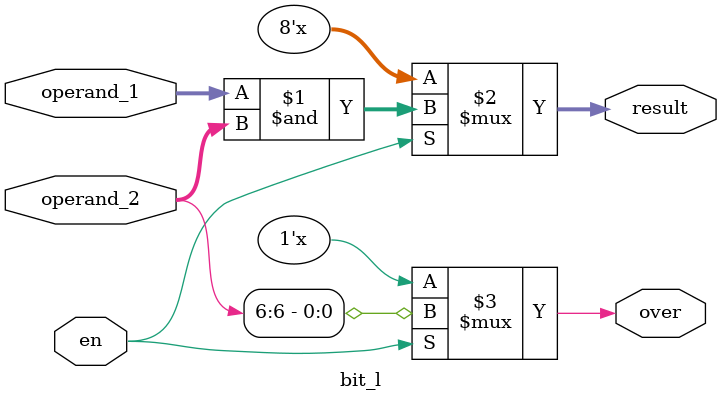
<source format=v>
`include "./alu/adder.v"                //please change the addresses accordingly
`include "./alu/l_shift.v"
`include "./alu/r_shift.v"

module alu(clk_1,clk_2,rst,op,accumulator,operand_2,status,result_out,status_out);
input wire clk_1,clk_2,rst;
input wire[3:0] op;
input wire[7:0] accumulator,operand_2,status;
output wire[7:0] result_out,status_out;

wire[7:0] result_temp_adder,result_temp_sub,status_out_temp_add,status_out_temp_sub,result_temp_bypass,
        result;

reg[7:0] alu_sel,operand;
reg[7:0] accumulator_buffer,result_buffer;

reg cin,sh_r;
always @(posedge rst ) begin
        accumulator_buffer<=0;
end

//status reg contents : carry zero interrput_disable decimal_mode break_cmd overflow negative

parameter ADD=0,ADC=1,SBC=2,AND=3,EOR=4,ORA=5,BIT=6,ASL=7,LSR=8,ROL=9,ROR=10,PASS=11;
parameter add=7'b0000001,L_shift=7'b0000010,R_shift=7'b0000100,AND_L=7'b0001000,EOR_L=7'b0010000,ORA_L=7'b0100000,BIT_L=7'b1000000;
always @(posedge clk_1) begin
        result_buffer<=result;
        if(!rst) begin
        case (op)
                ADD: begin
                        alu_sel=add;
                        cin=0;
                        sh_r=1'bx;
                end
                ADC: begin
                        alu_sel=add;
                        cin=status[7];
                        sh_r=1'bx;
                end
                SBC: begin
                        alu_sel=add;
                        cin=1'b1;
                        sh_r=1'bx;
                end
                AND: begin
                        alu_sel=AND_L;
                        cin=1'bx;
                        sh_r=1'bx;
                end
                EOR: begin
                        alu_sel=EOR_L;
                        cin=1'bx;
                        sh_r=1'bx;
                end
                ORA: begin
                        alu_sel=ORA_L;
                        cin=1'bx;
                        sh_r=1'bx;
                end
                BIT: begin
                        alu_sel=BIT_L;
                        cin=1'bx;
                        sh_r=1'bx;
                end
                ASL: begin
                        alu_sel=L_shift;
                        cin=status[7];
                        sh_r=1'b1;
                end
                LSR: begin
                        alu_sel=R_shift;
                        cin=status[7];
                        sh_r=1'b1;
                end
                ROL: begin
                        alu_sel=L_shift;
                        cin=status[7];
                        sh_r=1'b0;
                end
                ROR: begin
                        alu_sel=R_shift;
                        cin=status[7];
                        sh_r=1'b0;
                end
                default: begin
                alu_sel=0;
                cin=0;
                sh_r=1'bx;
                end
        endcase
        end
end
always @(posedge clk_2) begin
    if(!rst) begin
        accumulator_buffer<=accumulator;
        if(op==SBC) begin
                operand<=~operand_2;
        end
        else begin
                operand<=operand_2;
        end
    end
end

adder ad(accumulator_buffer,operand,cin,alu_sel[0],result_temp_adder,status_out_temp_add[7],status_out_temp_add[1]);
adder ads(result_temp_adder,~{7'd0,status[7]},1'b1,alu_sel[0],result_temp_sub,status_out_temp_sub[7],status_out_temp_sub[1]);
mux_2x1 #(8) ma1(alu_sel[0],!(op==SBC),result_temp_adder,result_temp_sub,result_temp_bypass);
mux_2x1 #(8) ma2(alu_sel[0],!(op==SBC),status_out_temp_add,status_out_temp_sub,status_out);
l_shift ls(alu_sel[1],sh_r,cin,operand,status_out[7],result_temp_bypass);
r_shift rs(alu_sel[2],sh_r,cin,operand,status_out[7],result_temp_bypass);
and_l an(alu_sel[3],accumulator_buffer,operand,result_temp_bypass);
eor_l er(alu_sel[4],accumulator_buffer,operand,result_temp_bypass);
ora_l ol(alu_sel[5],accumulator_buffer,operand,result_temp_bypass);
bit_l bt(alu_sel[6],accumulator_buffer,operand,result_temp_bypass,status_out[1]);

assign result=(op==PASS)?operand_2:result_temp_bypass;

assign status_out[6]=~(|result);
assign status_out[0]=result[7];
assign result_out=result_buffer;


endmodule




module and_l (
    en,operand_1,operand_2,result
);

input wire en;
input wire [7:0] operand_1,operand_2;
output wire[7:0] result;

assign result=en?operand_1&operand_2:8'hzz;
    
endmodule

module eor_l (
    en,operand_1,operand_2,result
);

input wire en;
input wire [7:0] operand_1,operand_2;
output wire[7:0] result;

assign result=en?operand_1^operand_2:8'hzz;
    
endmodule

module ora_l (
    en,operand_1,operand_2,result
);

input wire en;
input wire [7:0] operand_1,operand_2;
output wire[7:0] result;

assign result=en?operand_1|operand_2:8'hzz;
    
endmodule

module bit_l (
    en,operand_1,operand_2,result,over
);

input wire en;
input wire [7:0] operand_1,operand_2;
output wire[7:0] result;
output wire over;

assign result=en?operand_1&operand_2:8'hzz;
assign over=en?operand_2[6]:1'bz;
endmodule
</source>
